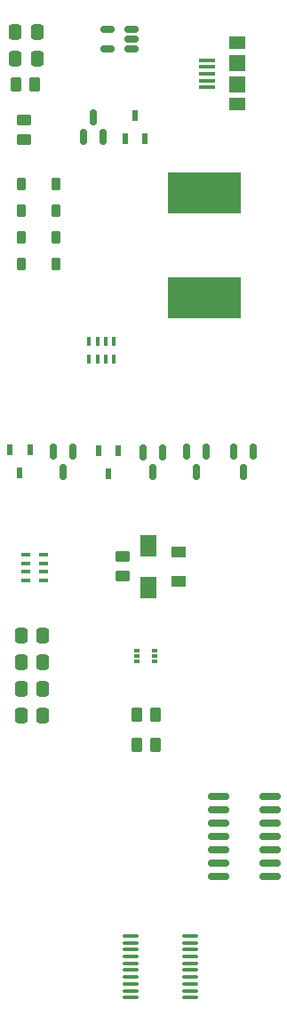
<source format=gtp>
%TF.GenerationSoftware,KiCad,Pcbnew,7.0.10*%
%TF.CreationDate,2024-03-06T19:49:30-08:00*%
%TF.ProjectId,462FinalProject,34363246-696e-4616-9c50-726f6a656374,rev?*%
%TF.SameCoordinates,Original*%
%TF.FileFunction,Paste,Top*%
%TF.FilePolarity,Positive*%
%FSLAX46Y46*%
G04 Gerber Fmt 4.6, Leading zero omitted, Abs format (unit mm)*
G04 Created by KiCad (PCBNEW 7.0.10) date 2024-03-06 19:49:30*
%MOMM*%
%LPD*%
G01*
G04 APERTURE LIST*
G04 Aperture macros list*
%AMRoundRect*
0 Rectangle with rounded corners*
0 $1 Rounding radius*
0 $2 $3 $4 $5 $6 $7 $8 $9 X,Y pos of 4 corners*
0 Add a 4 corners polygon primitive as box body*
4,1,4,$2,$3,$4,$5,$6,$7,$8,$9,$2,$3,0*
0 Add four circle primitives for the rounded corners*
1,1,$1+$1,$2,$3*
1,1,$1+$1,$4,$5*
1,1,$1+$1,$6,$7*
1,1,$1+$1,$8,$9*
0 Add four rect primitives between the rounded corners*
20,1,$1+$1,$2,$3,$4,$5,0*
20,1,$1+$1,$4,$5,$6,$7,0*
20,1,$1+$1,$6,$7,$8,$9,0*
20,1,$1+$1,$8,$9,$2,$3,0*%
G04 Aperture macros list end*
%ADD10RoundRect,0.250000X-0.262500X-0.450000X0.262500X-0.450000X0.262500X0.450000X-0.262500X0.450000X0*%
%ADD11RoundRect,0.150000X-0.150000X0.587500X-0.150000X-0.587500X0.150000X-0.587500X0.150000X0.587500X0*%
%ADD12RoundRect,0.250000X-0.337500X-0.475000X0.337500X-0.475000X0.337500X0.475000X-0.337500X0.475000X0*%
%ADD13RoundRect,0.225000X-0.225000X-0.375000X0.225000X-0.375000X0.225000X0.375000X-0.225000X0.375000X0*%
%ADD14R,1.400000X1.000000*%
%ADD15R,0.600000X1.050000*%
%ADD16RoundRect,0.250000X0.450000X-0.262500X0.450000X0.262500X-0.450000X0.262500X-0.450000X-0.262500X0*%
%ADD17RoundRect,0.150000X0.150000X-0.587500X0.150000X0.587500X-0.150000X0.587500X-0.150000X-0.587500X0*%
%ADD18R,0.900000X0.400000*%
%ADD19RoundRect,0.150000X-0.825000X-0.150000X0.825000X-0.150000X0.825000X0.150000X-0.825000X0.150000X0*%
%ADD20R,1.525000X0.400000*%
%ADD21R,1.525000X0.425000*%
%ADD22R,1.550000X1.200000*%
%ADD23R,1.550000X1.500000*%
%ADD24R,1.500000X2.000000*%
%ADD25R,7.000000X4.000000*%
%ADD26R,0.475000X0.300000*%
%ADD27R,0.400000X0.900000*%
%ADD28RoundRect,0.150000X0.512500X0.150000X-0.512500X0.150000X-0.512500X-0.150000X0.512500X-0.150000X0*%
%ADD29RoundRect,0.100000X-0.637500X-0.100000X0.637500X-0.100000X0.637500X0.100000X-0.637500X0.100000X0*%
%ADD30RoundRect,0.250000X-0.450000X0.262500X-0.450000X-0.262500X0.450000X-0.262500X0.450000X0.262500X0*%
G04 APERTURE END LIST*
D10*
%TO.C,R10*%
X216892445Y-135097791D03*
X218717445Y-135097791D03*
%TD*%
D11*
%TO.C,Q9*%
X219418062Y-107202024D03*
X217518062Y-107202024D03*
X218468062Y-109077024D03*
%TD*%
D12*
%TO.C,C6*%
X205895327Y-127198804D03*
X207970327Y-127198804D03*
%TD*%
D13*
%TO.C,D5*%
X205890719Y-81616280D03*
X209190719Y-81616280D03*
%TD*%
D14*
%TO.C,L2*%
X220920406Y-119501250D03*
X220920406Y-116701250D03*
%TD*%
D15*
%TO.C,Q8*%
X206746925Y-106934654D03*
X204846925Y-106934654D03*
X205796925Y-109134654D03*
%TD*%
D16*
%TO.C,R12*%
X206195521Y-77382249D03*
X206195521Y-75557249D03*
%TD*%
D13*
%TO.C,D7*%
X205890719Y-86696280D03*
X209190719Y-86696280D03*
%TD*%
D12*
%TO.C,C1*%
X205354687Y-67160936D03*
X207429687Y-67160936D03*
%TD*%
D17*
%TO.C,Q3*%
X211810859Y-77174864D03*
X213710859Y-77174864D03*
X212760859Y-75299864D03*
%TD*%
D18*
%TO.C,RN2*%
X206367952Y-116982679D03*
X206367952Y-117782679D03*
X206367952Y-118582679D03*
X206367952Y-119382679D03*
X208067952Y-119382679D03*
X208067952Y-118582679D03*
X208067952Y-117782679D03*
X208067952Y-116982679D03*
%TD*%
D19*
%TO.C,U3*%
X224702625Y-139985541D03*
X224702625Y-141255541D03*
X224702625Y-142525541D03*
X224702625Y-143795541D03*
X224702625Y-145065541D03*
X224702625Y-146335541D03*
X224702625Y-147605541D03*
X229652625Y-147605541D03*
X229652625Y-146335541D03*
X229652625Y-145065541D03*
X229652625Y-143795541D03*
X229652625Y-142525541D03*
X229652625Y-141255541D03*
X229652625Y-139985541D03*
%TD*%
D20*
%TO.C,J3*%
X223632500Y-72420000D03*
D21*
X223632500Y-71782500D03*
D20*
X223632500Y-71120000D03*
X223632500Y-70470000D03*
D21*
X223632500Y-69832500D03*
D22*
X226520000Y-74020000D03*
D23*
X226520000Y-72120000D03*
X226520000Y-70120000D03*
D22*
X226520000Y-68220000D03*
%TD*%
D13*
%TO.C,D6*%
X205890719Y-84156280D03*
X209190719Y-84156280D03*
%TD*%
D24*
%TO.C,R5*%
X218051063Y-116069718D03*
X218051063Y-120069718D03*
%TD*%
D12*
%TO.C,C2*%
X205895327Y-124658804D03*
X207970327Y-124658804D03*
%TD*%
D11*
%TO.C,Q2*%
X223574460Y-107158008D03*
X221674460Y-107158008D03*
X222624460Y-109033008D03*
%TD*%
D15*
%TO.C,Q7*%
X215814938Y-77313999D03*
X217714938Y-77313999D03*
X216764938Y-75113999D03*
%TD*%
D25*
%TO.C,L1*%
X223359032Y-82467062D03*
X223359032Y-92467062D03*
%TD*%
D26*
%TO.C,IC1*%
X216962804Y-126131242D03*
X216962804Y-126631242D03*
X216962804Y-127131242D03*
X218638804Y-127131242D03*
X218638804Y-126631242D03*
X218638804Y-126131242D03*
%TD*%
D11*
%TO.C,Q4*%
X210874460Y-107158008D03*
X208974460Y-107158008D03*
X209924460Y-109033008D03*
%TD*%
%TO.C,Q1*%
X228024460Y-107158008D03*
X226124460Y-107158008D03*
X227074460Y-109033008D03*
%TD*%
D27*
%TO.C,RN1*%
X212366765Y-98333827D03*
X213166765Y-98333827D03*
X213966765Y-98333827D03*
X214766765Y-98333827D03*
X214766765Y-96633827D03*
X213966765Y-96633827D03*
X213166765Y-96633827D03*
X212366765Y-96633827D03*
%TD*%
D12*
%TO.C,C3*%
X205354687Y-69700936D03*
X207429687Y-69700936D03*
%TD*%
%TO.C,C5*%
X205895327Y-132278804D03*
X207970327Y-132278804D03*
%TD*%
D15*
%TO.C,Q6*%
X215185323Y-107020000D03*
X213285323Y-107020000D03*
X214235323Y-109220000D03*
%TD*%
D10*
%TO.C,R9*%
X216892445Y-132147791D03*
X218717445Y-132147791D03*
%TD*%
D28*
%TO.C,U1*%
X216456063Y-68804624D03*
X216456063Y-67854624D03*
X216456063Y-66904624D03*
X214181063Y-66904624D03*
X214181063Y-68804624D03*
%TD*%
D29*
%TO.C,U2*%
X216315015Y-153277195D03*
X216315015Y-153927195D03*
X216315015Y-154577195D03*
X216315015Y-155227195D03*
X216315015Y-155877195D03*
X216315015Y-156527195D03*
X216315015Y-157177195D03*
X216315015Y-157827195D03*
X216315015Y-158477195D03*
X216315015Y-159127195D03*
X222040015Y-159127195D03*
X222040015Y-158477195D03*
X222040015Y-157827195D03*
X222040015Y-157177195D03*
X222040015Y-156527195D03*
X222040015Y-155877195D03*
X222040015Y-155227195D03*
X222040015Y-154577195D03*
X222040015Y-153927195D03*
X222040015Y-153277195D03*
%TD*%
D10*
%TO.C,R4*%
X205404027Y-72156835D03*
X207229027Y-72156835D03*
%TD*%
D30*
%TO.C,R1*%
X215588156Y-117124569D03*
X215588156Y-118949569D03*
%TD*%
D12*
%TO.C,C4*%
X205895327Y-129738804D03*
X207970327Y-129738804D03*
%TD*%
D13*
%TO.C,D1*%
X205890719Y-89236280D03*
X209190719Y-89236280D03*
%TD*%
M02*

</source>
